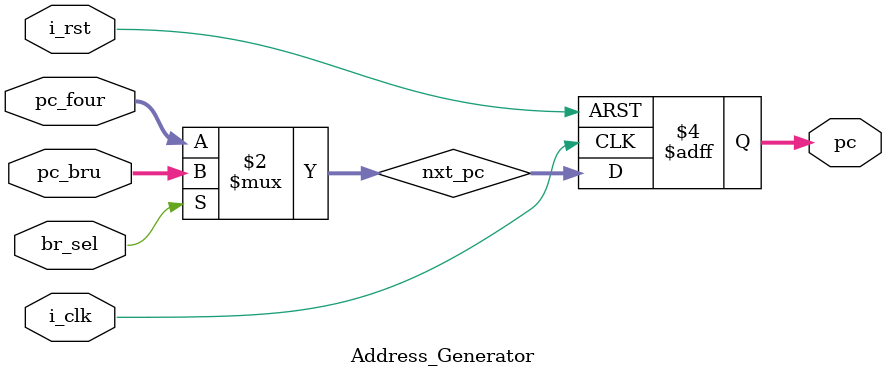
<source format=sv>
module Address_Generator (
  input logic          i_rst   ,
  input logic          i_clk   ,
  input logic          br_sel  ,
  input logic  [31:0]   pc_four,
  input logic  [31:0]   pc_bru ,
  output logic [31:0]   pc
);
  logic [31:0] nxt_pc;

  always_comb begin  //combinational block so block assignment (=) and not a non-blocking one (<=)
    nxt_pc = br_sel ? pc_bru : pc_four;
  end

  always_ff @(posedge i_clk or posedge i_rst) begin //sequential block so non-block assigment (<=) is used
    if (i_rst) begin
      pc <= 32'd0;
    end else begin
	   pc <= nxt_pc;
	 end
  end 
 
endmodule
</source>
